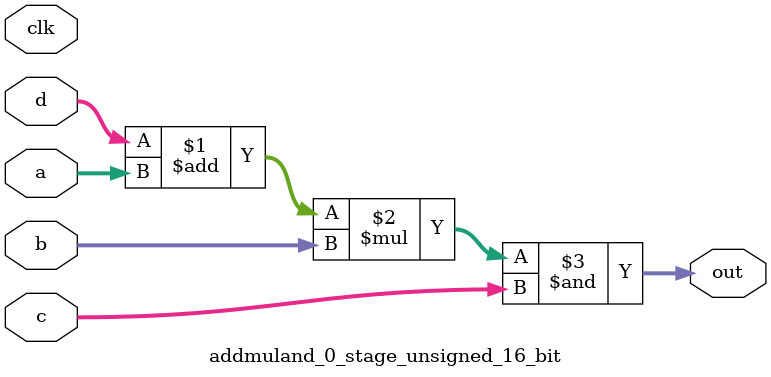
<source format=sv>
(* use_dsp = "yes" *) module addmuland_0_stage_unsigned_16_bit(
	input  [15:0] a,
	input  [15:0] b,
	input  [15:0] c,
	input  [15:0] d,
	output [15:0] out,
	input clk);

	assign out = ((d + a) * b) & c;
endmodule

</source>
